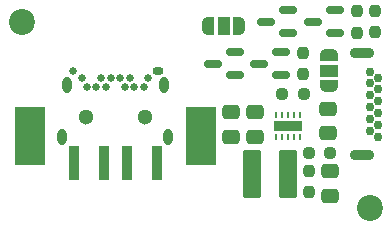
<source format=gbs>
G04 #@! TF.GenerationSoftware,KiCad,Pcbnew,6.0.11-2627ca5db0~126~ubuntu22.04.1*
G04 #@! TF.CreationDate,2023-02-09T23:48:25+01:00*
G04 #@! TF.ProjectId,PDLeech,50444c65-6563-4682-9e6b-696361645f70,rev?*
G04 #@! TF.SameCoordinates,Original*
G04 #@! TF.FileFunction,Soldermask,Bot*
G04 #@! TF.FilePolarity,Negative*
%FSLAX46Y46*%
G04 Gerber Fmt 4.6, Leading zero omitted, Abs format (unit mm)*
G04 Created by KiCad (PCBNEW 6.0.11-2627ca5db0~126~ubuntu22.04.1) date 2023-02-09 23:48:25*
%MOMM*%
%LPD*%
G01*
G04 APERTURE LIST*
G04 Aperture macros list*
%AMRoundRect*
0 Rectangle with rounded corners*
0 $1 Rounding radius*
0 $2 $3 $4 $5 $6 $7 $8 $9 X,Y pos of 4 corners*
0 Add a 4 corners polygon primitive as box body*
4,1,4,$2,$3,$4,$5,$6,$7,$8,$9,$2,$3,0*
0 Add four circle primitives for the rounded corners*
1,1,$1+$1,$2,$3*
1,1,$1+$1,$4,$5*
1,1,$1+$1,$6,$7*
1,1,$1+$1,$8,$9*
0 Add four rect primitives between the rounded corners*
20,1,$1+$1,$2,$3,$4,$5,0*
20,1,$1+$1,$4,$5,$6,$7,0*
20,1,$1+$1,$6,$7,$8,$9,0*
20,1,$1+$1,$8,$9,$2,$3,0*%
%AMFreePoly0*
4,1,22,0.550000,-0.750000,0.000000,-0.750000,0.000000,-0.745033,-0.079941,-0.743568,-0.215256,-0.701293,-0.333266,-0.622738,-0.424486,-0.514219,-0.481581,-0.384460,-0.499164,-0.250000,-0.500000,-0.250000,-0.500000,0.250000,-0.499164,0.250000,-0.499963,0.256109,-0.478152,0.396186,-0.417904,0.524511,-0.324060,0.630769,-0.204165,0.706417,-0.067858,0.745374,0.000000,0.744959,0.000000,0.750000,
0.550000,0.750000,0.550000,-0.750000,0.550000,-0.750000,$1*%
%AMFreePoly1*
4,1,20,0.000000,0.744959,0.073905,0.744508,0.209726,0.703889,0.328688,0.626782,0.421226,0.519385,0.479903,0.390333,0.500000,0.250000,0.500000,-0.250000,0.499851,-0.262216,0.476331,-0.402017,0.414519,-0.529596,0.319384,-0.634700,0.198574,-0.708877,0.061801,-0.746166,0.000000,-0.745033,0.000000,-0.750000,-0.550000,-0.750000,-0.550000,0.750000,0.000000,0.750000,0.000000,0.744959,
0.000000,0.744959,$1*%
G04 Aperture macros list end*
%ADD10C,2.200000*%
%ADD11C,0.650000*%
%ADD12O,0.950000X0.650000*%
%ADD13O,0.800000X1.400000*%
%ADD14C,0.750000*%
%ADD15O,2.100000X0.900000*%
%ADD16RoundRect,0.250000X0.475000X-0.337500X0.475000X0.337500X-0.475000X0.337500X-0.475000X-0.337500X0*%
%ADD17FreePoly0,0.000000*%
%ADD18R,1.000000X1.500000*%
%ADD19FreePoly1,0.000000*%
%ADD20RoundRect,0.237500X-0.237500X0.250000X-0.237500X-0.250000X0.237500X-0.250000X0.237500X0.250000X0*%
%ADD21RoundRect,0.237500X-0.250000X-0.237500X0.250000X-0.237500X0.250000X0.237500X-0.250000X0.237500X0*%
%ADD22C,1.300000*%
%ADD23RoundRect,0.054000X-0.396000X-1.346000X0.396000X-1.346000X0.396000X1.346000X-0.396000X1.346000X0*%
%ADD24R,2.500000X5.000000*%
%ADD25FreePoly0,270.000000*%
%ADD26R,1.500000X1.000000*%
%ADD27FreePoly1,270.000000*%
%ADD28RoundRect,0.237500X0.250000X0.237500X-0.250000X0.237500X-0.250000X-0.237500X0.250000X-0.237500X0*%
%ADD29RoundRect,0.237500X0.237500X-0.250000X0.237500X0.250000X-0.237500X0.250000X-0.237500X-0.250000X0*%
%ADD30RoundRect,0.250000X-0.475000X0.337500X-0.475000X-0.337500X0.475000X-0.337500X0.475000X0.337500X0*%
%ADD31RoundRect,0.210000X0.560000X1.810000X-0.560000X1.810000X-0.560000X-1.810000X0.560000X-1.810000X0*%
%ADD32RoundRect,0.150000X0.587500X0.150000X-0.587500X0.150000X-0.587500X-0.150000X0.587500X-0.150000X0*%
%ADD33O,0.020000X0.220000*%
%ADD34R,0.250000X0.500000*%
%ADD35R,2.400000X0.840000*%
G04 APERTURE END LIST*
D10*
X134112000Y-59690000D03*
D11*
X138386000Y-63839000D03*
D12*
X145586000Y-63839000D03*
D11*
X144786000Y-64489000D03*
X144386000Y-65189000D03*
X143586000Y-65189000D03*
X143186000Y-64489000D03*
X142786000Y-65189000D03*
X142386000Y-64489000D03*
X141586000Y-64489000D03*
X141186000Y-65189000D03*
X140786000Y-64489000D03*
X140386000Y-65189000D03*
X139586000Y-65189000D03*
X139186000Y-64489000D03*
D13*
X146116000Y-65089000D03*
X137856000Y-65089000D03*
X146476000Y-69469000D03*
X137496000Y-69469000D03*
D10*
X163576000Y-75438000D03*
D14*
X164235500Y-69422500D03*
X163515500Y-68922500D03*
X164235500Y-68422500D03*
X163515500Y-67922500D03*
X164235500Y-67422500D03*
X163515500Y-66922500D03*
X164235500Y-66422500D03*
X163515500Y-65922500D03*
X164235500Y-65422500D03*
X163515500Y-64922500D03*
X164235500Y-64422500D03*
X163515500Y-63922500D03*
D15*
X162885500Y-71022500D03*
X162885500Y-62322500D03*
D16*
X160147000Y-74443500D03*
X160147000Y-72368500D03*
D17*
X149860000Y-60071000D03*
D18*
X151160000Y-60071000D03*
D19*
X152460000Y-60071000D03*
D20*
X163957000Y-58777500D03*
X163957000Y-60602500D03*
D21*
X158345500Y-70776500D03*
X160170500Y-70776500D03*
D22*
X144486000Y-67805000D03*
X139486000Y-67805000D03*
D23*
X138486000Y-71655000D03*
X140986000Y-71655000D03*
X142986000Y-71655000D03*
X145486000Y-71655000D03*
D24*
X149236000Y-69405000D03*
X134736000Y-69405000D03*
D16*
X153797000Y-69429048D03*
X153797000Y-67354048D03*
D25*
X160068500Y-62551000D03*
D26*
X160068500Y-63851000D03*
D27*
X160068500Y-65151000D03*
D28*
X157933000Y-65786000D03*
X156108000Y-65786000D03*
D29*
X158369000Y-74130048D03*
X158369000Y-72305048D03*
D30*
X160020000Y-67072000D03*
X160020000Y-69147000D03*
D31*
X156567000Y-72582548D03*
X153567000Y-72582548D03*
D32*
X156053000Y-62296000D03*
X156053000Y-64196000D03*
X154178000Y-63246000D03*
D29*
X162433000Y-60626000D03*
X162433000Y-58801000D03*
D16*
X151765000Y-69450548D03*
X151765000Y-67375548D03*
D32*
X152116000Y-62296000D03*
X152116000Y-64196000D03*
X150241000Y-63246000D03*
D29*
X157909500Y-64158500D03*
X157909500Y-62333500D03*
D33*
X155591000Y-67418548D03*
D34*
X155591000Y-67568548D03*
D33*
X156091000Y-67418548D03*
D34*
X156091000Y-67568548D03*
D33*
X156591000Y-67418548D03*
D34*
X156591000Y-67568548D03*
X157091000Y-67568548D03*
D33*
X157091000Y-67418548D03*
X157591000Y-67418548D03*
D34*
X157591000Y-67568548D03*
D33*
X157591000Y-69618548D03*
D34*
X157591000Y-69468548D03*
X157091000Y-69468548D03*
D33*
X157091000Y-69618548D03*
D34*
X156591000Y-69468548D03*
D33*
X156591000Y-69618548D03*
X156091000Y-69618548D03*
D34*
X156091000Y-69468548D03*
X155591000Y-69468548D03*
D33*
X155591000Y-69618548D03*
D35*
X156591000Y-68518548D03*
D32*
X156639500Y-58740000D03*
X156639500Y-60640000D03*
X154764500Y-59690000D03*
X160576500Y-58740000D03*
X160576500Y-60640000D03*
X158701500Y-59690000D03*
M02*

</source>
